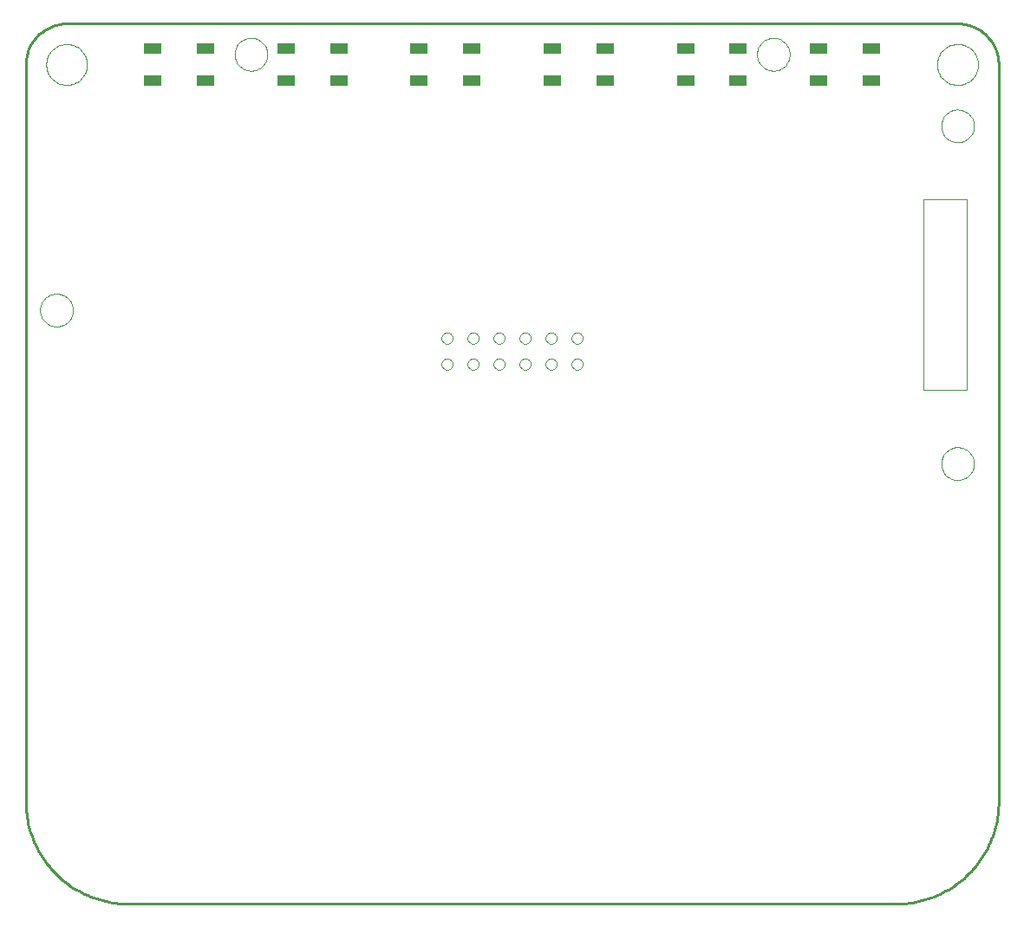
<source format=gbp>
G75*
%MOIN*%
%OFA0B0*%
%FSLAX24Y24*%
%IPPOS*%
%LPD*%
%AMOC8*
5,1,8,0,0,1.08239X$1,22.5*
%
%ADD10C,0.0100*%
%ADD11C,0.0000*%
%ADD12C,0.0039*%
%ADD13R,0.0650X0.0394*%
D10*
X005927Y004947D02*
X035455Y004947D01*
X035579Y004949D01*
X035702Y004955D01*
X035826Y004964D01*
X035948Y004978D01*
X036071Y004995D01*
X036193Y005017D01*
X036314Y005042D01*
X036434Y005071D01*
X036553Y005103D01*
X036672Y005140D01*
X036789Y005180D01*
X036904Y005223D01*
X037019Y005271D01*
X037131Y005322D01*
X037242Y005376D01*
X037352Y005434D01*
X037459Y005495D01*
X037565Y005560D01*
X037668Y005628D01*
X037769Y005699D01*
X037868Y005773D01*
X037965Y005850D01*
X038059Y005931D01*
X038150Y006014D01*
X038239Y006100D01*
X038325Y006189D01*
X038408Y006280D01*
X038489Y006374D01*
X038566Y006471D01*
X038640Y006570D01*
X038711Y006671D01*
X038779Y006774D01*
X038844Y006880D01*
X038905Y006987D01*
X038963Y007097D01*
X039017Y007208D01*
X039068Y007320D01*
X039116Y007435D01*
X039159Y007550D01*
X039199Y007667D01*
X039236Y007786D01*
X039268Y007905D01*
X039297Y008025D01*
X039322Y008146D01*
X039344Y008268D01*
X039361Y008391D01*
X039375Y008513D01*
X039384Y008637D01*
X039390Y008760D01*
X039392Y008884D01*
X039392Y037231D01*
X039390Y037308D01*
X039384Y037385D01*
X039375Y037462D01*
X039362Y037538D01*
X039345Y037614D01*
X039324Y037688D01*
X039300Y037762D01*
X039272Y037834D01*
X039241Y037904D01*
X039206Y037973D01*
X039168Y038041D01*
X039127Y038106D01*
X039082Y038169D01*
X039034Y038230D01*
X038984Y038289D01*
X038931Y038345D01*
X038875Y038398D01*
X038816Y038448D01*
X038755Y038496D01*
X038692Y038541D01*
X038627Y038582D01*
X038559Y038620D01*
X038490Y038655D01*
X038420Y038686D01*
X038348Y038714D01*
X038274Y038738D01*
X038200Y038759D01*
X038124Y038776D01*
X038048Y038789D01*
X037971Y038798D01*
X037894Y038804D01*
X037817Y038806D01*
X003565Y038806D01*
X003488Y038804D01*
X003411Y038798D01*
X003334Y038789D01*
X003258Y038776D01*
X003182Y038759D01*
X003108Y038738D01*
X003034Y038714D01*
X002962Y038686D01*
X002892Y038655D01*
X002823Y038620D01*
X002755Y038582D01*
X002690Y038541D01*
X002627Y038496D01*
X002566Y038448D01*
X002507Y038398D01*
X002451Y038345D01*
X002398Y038289D01*
X002348Y038230D01*
X002300Y038169D01*
X002255Y038106D01*
X002214Y038041D01*
X002176Y037973D01*
X002141Y037904D01*
X002110Y037834D01*
X002082Y037762D01*
X002058Y037688D01*
X002037Y037614D01*
X002020Y037538D01*
X002007Y037462D01*
X001998Y037385D01*
X001992Y037308D01*
X001990Y037231D01*
X001990Y008884D01*
X001992Y008760D01*
X001998Y008637D01*
X002007Y008513D01*
X002021Y008391D01*
X002038Y008268D01*
X002060Y008146D01*
X002085Y008025D01*
X002114Y007905D01*
X002146Y007786D01*
X002183Y007667D01*
X002223Y007550D01*
X002266Y007435D01*
X002314Y007320D01*
X002365Y007208D01*
X002419Y007097D01*
X002477Y006987D01*
X002538Y006880D01*
X002603Y006774D01*
X002671Y006671D01*
X002742Y006570D01*
X002816Y006471D01*
X002893Y006374D01*
X002974Y006280D01*
X003057Y006189D01*
X003143Y006100D01*
X003232Y006014D01*
X003323Y005931D01*
X003417Y005850D01*
X003514Y005773D01*
X003613Y005699D01*
X003714Y005628D01*
X003817Y005560D01*
X003923Y005495D01*
X004030Y005434D01*
X004140Y005376D01*
X004251Y005322D01*
X004363Y005271D01*
X004478Y005223D01*
X004593Y005180D01*
X004710Y005140D01*
X004829Y005103D01*
X004948Y005071D01*
X005068Y005042D01*
X005189Y005017D01*
X005311Y004995D01*
X005434Y004978D01*
X005556Y004964D01*
X005680Y004955D01*
X005803Y004949D01*
X005927Y004947D01*
D11*
X017974Y025707D02*
X017976Y025736D01*
X017982Y025764D01*
X017991Y025792D01*
X018004Y025818D01*
X018021Y025841D01*
X018040Y025863D01*
X018062Y025882D01*
X018087Y025897D01*
X018113Y025910D01*
X018141Y025918D01*
X018169Y025923D01*
X018198Y025924D01*
X018227Y025921D01*
X018255Y025914D01*
X018282Y025904D01*
X018308Y025890D01*
X018331Y025873D01*
X018352Y025853D01*
X018370Y025830D01*
X018385Y025805D01*
X018396Y025778D01*
X018404Y025750D01*
X018408Y025721D01*
X018408Y025693D01*
X018404Y025664D01*
X018396Y025636D01*
X018385Y025609D01*
X018370Y025584D01*
X018352Y025561D01*
X018331Y025541D01*
X018308Y025524D01*
X018282Y025510D01*
X018255Y025500D01*
X018227Y025493D01*
X018198Y025490D01*
X018169Y025491D01*
X018141Y025496D01*
X018113Y025504D01*
X018087Y025517D01*
X018062Y025532D01*
X018040Y025551D01*
X018021Y025573D01*
X018004Y025596D01*
X017991Y025622D01*
X017982Y025650D01*
X017976Y025678D01*
X017974Y025707D01*
X017974Y026707D02*
X017976Y026736D01*
X017982Y026764D01*
X017991Y026792D01*
X018004Y026818D01*
X018021Y026841D01*
X018040Y026863D01*
X018062Y026882D01*
X018087Y026897D01*
X018113Y026910D01*
X018141Y026918D01*
X018169Y026923D01*
X018198Y026924D01*
X018227Y026921D01*
X018255Y026914D01*
X018282Y026904D01*
X018308Y026890D01*
X018331Y026873D01*
X018352Y026853D01*
X018370Y026830D01*
X018385Y026805D01*
X018396Y026778D01*
X018404Y026750D01*
X018408Y026721D01*
X018408Y026693D01*
X018404Y026664D01*
X018396Y026636D01*
X018385Y026609D01*
X018370Y026584D01*
X018352Y026561D01*
X018331Y026541D01*
X018308Y026524D01*
X018282Y026510D01*
X018255Y026500D01*
X018227Y026493D01*
X018198Y026490D01*
X018169Y026491D01*
X018141Y026496D01*
X018113Y026504D01*
X018087Y026517D01*
X018062Y026532D01*
X018040Y026551D01*
X018021Y026573D01*
X018004Y026596D01*
X017991Y026622D01*
X017982Y026650D01*
X017976Y026678D01*
X017974Y026707D01*
X018974Y026707D02*
X018976Y026736D01*
X018982Y026764D01*
X018991Y026792D01*
X019004Y026818D01*
X019021Y026841D01*
X019040Y026863D01*
X019062Y026882D01*
X019087Y026897D01*
X019113Y026910D01*
X019141Y026918D01*
X019169Y026923D01*
X019198Y026924D01*
X019227Y026921D01*
X019255Y026914D01*
X019282Y026904D01*
X019308Y026890D01*
X019331Y026873D01*
X019352Y026853D01*
X019370Y026830D01*
X019385Y026805D01*
X019396Y026778D01*
X019404Y026750D01*
X019408Y026721D01*
X019408Y026693D01*
X019404Y026664D01*
X019396Y026636D01*
X019385Y026609D01*
X019370Y026584D01*
X019352Y026561D01*
X019331Y026541D01*
X019308Y026524D01*
X019282Y026510D01*
X019255Y026500D01*
X019227Y026493D01*
X019198Y026490D01*
X019169Y026491D01*
X019141Y026496D01*
X019113Y026504D01*
X019087Y026517D01*
X019062Y026532D01*
X019040Y026551D01*
X019021Y026573D01*
X019004Y026596D01*
X018991Y026622D01*
X018982Y026650D01*
X018976Y026678D01*
X018974Y026707D01*
X018974Y025707D02*
X018976Y025736D01*
X018982Y025764D01*
X018991Y025792D01*
X019004Y025818D01*
X019021Y025841D01*
X019040Y025863D01*
X019062Y025882D01*
X019087Y025897D01*
X019113Y025910D01*
X019141Y025918D01*
X019169Y025923D01*
X019198Y025924D01*
X019227Y025921D01*
X019255Y025914D01*
X019282Y025904D01*
X019308Y025890D01*
X019331Y025873D01*
X019352Y025853D01*
X019370Y025830D01*
X019385Y025805D01*
X019396Y025778D01*
X019404Y025750D01*
X019408Y025721D01*
X019408Y025693D01*
X019404Y025664D01*
X019396Y025636D01*
X019385Y025609D01*
X019370Y025584D01*
X019352Y025561D01*
X019331Y025541D01*
X019308Y025524D01*
X019282Y025510D01*
X019255Y025500D01*
X019227Y025493D01*
X019198Y025490D01*
X019169Y025491D01*
X019141Y025496D01*
X019113Y025504D01*
X019087Y025517D01*
X019062Y025532D01*
X019040Y025551D01*
X019021Y025573D01*
X019004Y025596D01*
X018991Y025622D01*
X018982Y025650D01*
X018976Y025678D01*
X018974Y025707D01*
X019974Y025707D02*
X019976Y025736D01*
X019982Y025764D01*
X019991Y025792D01*
X020004Y025818D01*
X020021Y025841D01*
X020040Y025863D01*
X020062Y025882D01*
X020087Y025897D01*
X020113Y025910D01*
X020141Y025918D01*
X020169Y025923D01*
X020198Y025924D01*
X020227Y025921D01*
X020255Y025914D01*
X020282Y025904D01*
X020308Y025890D01*
X020331Y025873D01*
X020352Y025853D01*
X020370Y025830D01*
X020385Y025805D01*
X020396Y025778D01*
X020404Y025750D01*
X020408Y025721D01*
X020408Y025693D01*
X020404Y025664D01*
X020396Y025636D01*
X020385Y025609D01*
X020370Y025584D01*
X020352Y025561D01*
X020331Y025541D01*
X020308Y025524D01*
X020282Y025510D01*
X020255Y025500D01*
X020227Y025493D01*
X020198Y025490D01*
X020169Y025491D01*
X020141Y025496D01*
X020113Y025504D01*
X020087Y025517D01*
X020062Y025532D01*
X020040Y025551D01*
X020021Y025573D01*
X020004Y025596D01*
X019991Y025622D01*
X019982Y025650D01*
X019976Y025678D01*
X019974Y025707D01*
X019974Y026707D02*
X019976Y026736D01*
X019982Y026764D01*
X019991Y026792D01*
X020004Y026818D01*
X020021Y026841D01*
X020040Y026863D01*
X020062Y026882D01*
X020087Y026897D01*
X020113Y026910D01*
X020141Y026918D01*
X020169Y026923D01*
X020198Y026924D01*
X020227Y026921D01*
X020255Y026914D01*
X020282Y026904D01*
X020308Y026890D01*
X020331Y026873D01*
X020352Y026853D01*
X020370Y026830D01*
X020385Y026805D01*
X020396Y026778D01*
X020404Y026750D01*
X020408Y026721D01*
X020408Y026693D01*
X020404Y026664D01*
X020396Y026636D01*
X020385Y026609D01*
X020370Y026584D01*
X020352Y026561D01*
X020331Y026541D01*
X020308Y026524D01*
X020282Y026510D01*
X020255Y026500D01*
X020227Y026493D01*
X020198Y026490D01*
X020169Y026491D01*
X020141Y026496D01*
X020113Y026504D01*
X020087Y026517D01*
X020062Y026532D01*
X020040Y026551D01*
X020021Y026573D01*
X020004Y026596D01*
X019991Y026622D01*
X019982Y026650D01*
X019976Y026678D01*
X019974Y026707D01*
X020974Y026707D02*
X020976Y026736D01*
X020982Y026764D01*
X020991Y026792D01*
X021004Y026818D01*
X021021Y026841D01*
X021040Y026863D01*
X021062Y026882D01*
X021087Y026897D01*
X021113Y026910D01*
X021141Y026918D01*
X021169Y026923D01*
X021198Y026924D01*
X021227Y026921D01*
X021255Y026914D01*
X021282Y026904D01*
X021308Y026890D01*
X021331Y026873D01*
X021352Y026853D01*
X021370Y026830D01*
X021385Y026805D01*
X021396Y026778D01*
X021404Y026750D01*
X021408Y026721D01*
X021408Y026693D01*
X021404Y026664D01*
X021396Y026636D01*
X021385Y026609D01*
X021370Y026584D01*
X021352Y026561D01*
X021331Y026541D01*
X021308Y026524D01*
X021282Y026510D01*
X021255Y026500D01*
X021227Y026493D01*
X021198Y026490D01*
X021169Y026491D01*
X021141Y026496D01*
X021113Y026504D01*
X021087Y026517D01*
X021062Y026532D01*
X021040Y026551D01*
X021021Y026573D01*
X021004Y026596D01*
X020991Y026622D01*
X020982Y026650D01*
X020976Y026678D01*
X020974Y026707D01*
X020974Y025707D02*
X020976Y025736D01*
X020982Y025764D01*
X020991Y025792D01*
X021004Y025818D01*
X021021Y025841D01*
X021040Y025863D01*
X021062Y025882D01*
X021087Y025897D01*
X021113Y025910D01*
X021141Y025918D01*
X021169Y025923D01*
X021198Y025924D01*
X021227Y025921D01*
X021255Y025914D01*
X021282Y025904D01*
X021308Y025890D01*
X021331Y025873D01*
X021352Y025853D01*
X021370Y025830D01*
X021385Y025805D01*
X021396Y025778D01*
X021404Y025750D01*
X021408Y025721D01*
X021408Y025693D01*
X021404Y025664D01*
X021396Y025636D01*
X021385Y025609D01*
X021370Y025584D01*
X021352Y025561D01*
X021331Y025541D01*
X021308Y025524D01*
X021282Y025510D01*
X021255Y025500D01*
X021227Y025493D01*
X021198Y025490D01*
X021169Y025491D01*
X021141Y025496D01*
X021113Y025504D01*
X021087Y025517D01*
X021062Y025532D01*
X021040Y025551D01*
X021021Y025573D01*
X021004Y025596D01*
X020991Y025622D01*
X020982Y025650D01*
X020976Y025678D01*
X020974Y025707D01*
X021974Y025707D02*
X021976Y025736D01*
X021982Y025764D01*
X021991Y025792D01*
X022004Y025818D01*
X022021Y025841D01*
X022040Y025863D01*
X022062Y025882D01*
X022087Y025897D01*
X022113Y025910D01*
X022141Y025918D01*
X022169Y025923D01*
X022198Y025924D01*
X022227Y025921D01*
X022255Y025914D01*
X022282Y025904D01*
X022308Y025890D01*
X022331Y025873D01*
X022352Y025853D01*
X022370Y025830D01*
X022385Y025805D01*
X022396Y025778D01*
X022404Y025750D01*
X022408Y025721D01*
X022408Y025693D01*
X022404Y025664D01*
X022396Y025636D01*
X022385Y025609D01*
X022370Y025584D01*
X022352Y025561D01*
X022331Y025541D01*
X022308Y025524D01*
X022282Y025510D01*
X022255Y025500D01*
X022227Y025493D01*
X022198Y025490D01*
X022169Y025491D01*
X022141Y025496D01*
X022113Y025504D01*
X022087Y025517D01*
X022062Y025532D01*
X022040Y025551D01*
X022021Y025573D01*
X022004Y025596D01*
X021991Y025622D01*
X021982Y025650D01*
X021976Y025678D01*
X021974Y025707D01*
X021974Y026707D02*
X021976Y026736D01*
X021982Y026764D01*
X021991Y026792D01*
X022004Y026818D01*
X022021Y026841D01*
X022040Y026863D01*
X022062Y026882D01*
X022087Y026897D01*
X022113Y026910D01*
X022141Y026918D01*
X022169Y026923D01*
X022198Y026924D01*
X022227Y026921D01*
X022255Y026914D01*
X022282Y026904D01*
X022308Y026890D01*
X022331Y026873D01*
X022352Y026853D01*
X022370Y026830D01*
X022385Y026805D01*
X022396Y026778D01*
X022404Y026750D01*
X022408Y026721D01*
X022408Y026693D01*
X022404Y026664D01*
X022396Y026636D01*
X022385Y026609D01*
X022370Y026584D01*
X022352Y026561D01*
X022331Y026541D01*
X022308Y026524D01*
X022282Y026510D01*
X022255Y026500D01*
X022227Y026493D01*
X022198Y026490D01*
X022169Y026491D01*
X022141Y026496D01*
X022113Y026504D01*
X022087Y026517D01*
X022062Y026532D01*
X022040Y026551D01*
X022021Y026573D01*
X022004Y026596D01*
X021991Y026622D01*
X021982Y026650D01*
X021976Y026678D01*
X021974Y026707D01*
X022974Y026707D02*
X022976Y026736D01*
X022982Y026764D01*
X022991Y026792D01*
X023004Y026818D01*
X023021Y026841D01*
X023040Y026863D01*
X023062Y026882D01*
X023087Y026897D01*
X023113Y026910D01*
X023141Y026918D01*
X023169Y026923D01*
X023198Y026924D01*
X023227Y026921D01*
X023255Y026914D01*
X023282Y026904D01*
X023308Y026890D01*
X023331Y026873D01*
X023352Y026853D01*
X023370Y026830D01*
X023385Y026805D01*
X023396Y026778D01*
X023404Y026750D01*
X023408Y026721D01*
X023408Y026693D01*
X023404Y026664D01*
X023396Y026636D01*
X023385Y026609D01*
X023370Y026584D01*
X023352Y026561D01*
X023331Y026541D01*
X023308Y026524D01*
X023282Y026510D01*
X023255Y026500D01*
X023227Y026493D01*
X023198Y026490D01*
X023169Y026491D01*
X023141Y026496D01*
X023113Y026504D01*
X023087Y026517D01*
X023062Y026532D01*
X023040Y026551D01*
X023021Y026573D01*
X023004Y026596D01*
X022991Y026622D01*
X022982Y026650D01*
X022976Y026678D01*
X022974Y026707D01*
X022974Y025707D02*
X022976Y025736D01*
X022982Y025764D01*
X022991Y025792D01*
X023004Y025818D01*
X023021Y025841D01*
X023040Y025863D01*
X023062Y025882D01*
X023087Y025897D01*
X023113Y025910D01*
X023141Y025918D01*
X023169Y025923D01*
X023198Y025924D01*
X023227Y025921D01*
X023255Y025914D01*
X023282Y025904D01*
X023308Y025890D01*
X023331Y025873D01*
X023352Y025853D01*
X023370Y025830D01*
X023385Y025805D01*
X023396Y025778D01*
X023404Y025750D01*
X023408Y025721D01*
X023408Y025693D01*
X023404Y025664D01*
X023396Y025636D01*
X023385Y025609D01*
X023370Y025584D01*
X023352Y025561D01*
X023331Y025541D01*
X023308Y025524D01*
X023282Y025510D01*
X023255Y025500D01*
X023227Y025493D01*
X023198Y025490D01*
X023169Y025491D01*
X023141Y025496D01*
X023113Y025504D01*
X023087Y025517D01*
X023062Y025532D01*
X023040Y025551D01*
X023021Y025573D01*
X023004Y025596D01*
X022991Y025622D01*
X022982Y025650D01*
X022976Y025678D01*
X022974Y025707D01*
X030101Y037624D02*
X030103Y037674D01*
X030109Y037724D01*
X030119Y037773D01*
X030133Y037821D01*
X030150Y037868D01*
X030171Y037913D01*
X030196Y037957D01*
X030224Y037998D01*
X030256Y038037D01*
X030290Y038074D01*
X030327Y038108D01*
X030367Y038138D01*
X030409Y038165D01*
X030453Y038189D01*
X030499Y038210D01*
X030546Y038226D01*
X030594Y038239D01*
X030644Y038248D01*
X030693Y038253D01*
X030744Y038254D01*
X030794Y038251D01*
X030843Y038244D01*
X030892Y038233D01*
X030940Y038218D01*
X030986Y038200D01*
X031031Y038178D01*
X031074Y038152D01*
X031115Y038123D01*
X031154Y038091D01*
X031190Y038056D01*
X031222Y038018D01*
X031252Y037978D01*
X031279Y037935D01*
X031302Y037891D01*
X031321Y037845D01*
X031337Y037797D01*
X031349Y037748D01*
X031357Y037699D01*
X031361Y037649D01*
X031361Y037599D01*
X031357Y037549D01*
X031349Y037500D01*
X031337Y037451D01*
X031321Y037403D01*
X031302Y037357D01*
X031279Y037313D01*
X031252Y037270D01*
X031222Y037230D01*
X031190Y037192D01*
X031154Y037157D01*
X031115Y037125D01*
X031074Y037096D01*
X031031Y037070D01*
X030986Y037048D01*
X030940Y037030D01*
X030892Y037015D01*
X030843Y037004D01*
X030794Y036997D01*
X030744Y036994D01*
X030693Y036995D01*
X030644Y037000D01*
X030594Y037009D01*
X030546Y037022D01*
X030499Y037038D01*
X030453Y037059D01*
X030409Y037083D01*
X030367Y037110D01*
X030327Y037140D01*
X030290Y037174D01*
X030256Y037211D01*
X030224Y037250D01*
X030196Y037291D01*
X030171Y037335D01*
X030150Y037380D01*
X030133Y037427D01*
X030119Y037475D01*
X030109Y037524D01*
X030103Y037574D01*
X030101Y037624D01*
X036518Y032034D02*
X036518Y031561D01*
X037187Y034869D02*
X037189Y034919D01*
X037195Y034969D01*
X037205Y035018D01*
X037219Y035066D01*
X037236Y035113D01*
X037257Y035158D01*
X037282Y035202D01*
X037310Y035243D01*
X037342Y035282D01*
X037376Y035319D01*
X037413Y035353D01*
X037453Y035383D01*
X037495Y035410D01*
X037539Y035434D01*
X037585Y035455D01*
X037632Y035471D01*
X037680Y035484D01*
X037730Y035493D01*
X037779Y035498D01*
X037830Y035499D01*
X037880Y035496D01*
X037929Y035489D01*
X037978Y035478D01*
X038026Y035463D01*
X038072Y035445D01*
X038117Y035423D01*
X038160Y035397D01*
X038201Y035368D01*
X038240Y035336D01*
X038276Y035301D01*
X038308Y035263D01*
X038338Y035223D01*
X038365Y035180D01*
X038388Y035136D01*
X038407Y035090D01*
X038423Y035042D01*
X038435Y034993D01*
X038443Y034944D01*
X038447Y034894D01*
X038447Y034844D01*
X038443Y034794D01*
X038435Y034745D01*
X038423Y034696D01*
X038407Y034648D01*
X038388Y034602D01*
X038365Y034558D01*
X038338Y034515D01*
X038308Y034475D01*
X038276Y034437D01*
X038240Y034402D01*
X038201Y034370D01*
X038160Y034341D01*
X038117Y034315D01*
X038072Y034293D01*
X038026Y034275D01*
X037978Y034260D01*
X037929Y034249D01*
X037880Y034242D01*
X037830Y034239D01*
X037779Y034240D01*
X037730Y034245D01*
X037680Y034254D01*
X037632Y034267D01*
X037585Y034283D01*
X037539Y034304D01*
X037495Y034328D01*
X037453Y034355D01*
X037413Y034385D01*
X037376Y034419D01*
X037342Y034456D01*
X037310Y034495D01*
X037282Y034536D01*
X037257Y034580D01*
X037236Y034625D01*
X037219Y034672D01*
X037205Y034720D01*
X037195Y034769D01*
X037189Y034819D01*
X037187Y034869D01*
X037030Y037231D02*
X037032Y037287D01*
X037038Y037342D01*
X037048Y037396D01*
X037061Y037450D01*
X037079Y037503D01*
X037100Y037554D01*
X037124Y037604D01*
X037152Y037652D01*
X037184Y037698D01*
X037218Y037742D01*
X037256Y037783D01*
X037296Y037821D01*
X037339Y037856D01*
X037384Y037888D01*
X037432Y037917D01*
X037481Y037943D01*
X037532Y037965D01*
X037584Y037983D01*
X037638Y037997D01*
X037693Y038008D01*
X037748Y038015D01*
X037803Y038018D01*
X037859Y038017D01*
X037914Y038012D01*
X037969Y038003D01*
X038023Y037991D01*
X038076Y037974D01*
X038128Y037954D01*
X038178Y037930D01*
X038226Y037903D01*
X038273Y037873D01*
X038317Y037839D01*
X038359Y037802D01*
X038397Y037762D01*
X038434Y037720D01*
X038467Y037675D01*
X038496Y037629D01*
X038523Y037580D01*
X038545Y037529D01*
X038565Y037477D01*
X038580Y037423D01*
X038592Y037369D01*
X038600Y037314D01*
X038604Y037259D01*
X038604Y037203D01*
X038600Y037148D01*
X038592Y037093D01*
X038580Y037039D01*
X038565Y036985D01*
X038545Y036933D01*
X038523Y036882D01*
X038496Y036833D01*
X038467Y036787D01*
X038434Y036742D01*
X038397Y036700D01*
X038359Y036660D01*
X038317Y036623D01*
X038273Y036589D01*
X038226Y036559D01*
X038178Y036532D01*
X038128Y036508D01*
X038076Y036488D01*
X038023Y036471D01*
X037969Y036459D01*
X037914Y036450D01*
X037859Y036445D01*
X037803Y036444D01*
X037748Y036447D01*
X037693Y036454D01*
X037638Y036465D01*
X037584Y036479D01*
X037532Y036497D01*
X037481Y036519D01*
X037432Y036545D01*
X037384Y036574D01*
X037339Y036606D01*
X037296Y036641D01*
X037256Y036679D01*
X037218Y036720D01*
X037184Y036764D01*
X037152Y036810D01*
X037124Y036858D01*
X037100Y036908D01*
X037079Y036959D01*
X037061Y037012D01*
X037048Y037066D01*
X037038Y037120D01*
X037032Y037175D01*
X037030Y037231D01*
X037187Y021876D02*
X037189Y021926D01*
X037195Y021976D01*
X037205Y022025D01*
X037219Y022073D01*
X037236Y022120D01*
X037257Y022165D01*
X037282Y022209D01*
X037310Y022250D01*
X037342Y022289D01*
X037376Y022326D01*
X037413Y022360D01*
X037453Y022390D01*
X037495Y022417D01*
X037539Y022441D01*
X037585Y022462D01*
X037632Y022478D01*
X037680Y022491D01*
X037730Y022500D01*
X037779Y022505D01*
X037830Y022506D01*
X037880Y022503D01*
X037929Y022496D01*
X037978Y022485D01*
X038026Y022470D01*
X038072Y022452D01*
X038117Y022430D01*
X038160Y022404D01*
X038201Y022375D01*
X038240Y022343D01*
X038276Y022308D01*
X038308Y022270D01*
X038338Y022230D01*
X038365Y022187D01*
X038388Y022143D01*
X038407Y022097D01*
X038423Y022049D01*
X038435Y022000D01*
X038443Y021951D01*
X038447Y021901D01*
X038447Y021851D01*
X038443Y021801D01*
X038435Y021752D01*
X038423Y021703D01*
X038407Y021655D01*
X038388Y021609D01*
X038365Y021565D01*
X038338Y021522D01*
X038308Y021482D01*
X038276Y021444D01*
X038240Y021409D01*
X038201Y021377D01*
X038160Y021348D01*
X038117Y021322D01*
X038072Y021300D01*
X038026Y021282D01*
X037978Y021267D01*
X037929Y021256D01*
X037880Y021249D01*
X037830Y021246D01*
X037779Y021247D01*
X037730Y021252D01*
X037680Y021261D01*
X037632Y021274D01*
X037585Y021290D01*
X037539Y021311D01*
X037495Y021335D01*
X037453Y021362D01*
X037413Y021392D01*
X037376Y021426D01*
X037342Y021463D01*
X037310Y021502D01*
X037282Y021543D01*
X037257Y021587D01*
X037236Y021632D01*
X037219Y021679D01*
X037205Y021727D01*
X037195Y021776D01*
X037189Y021826D01*
X037187Y021876D01*
X010022Y037624D02*
X010024Y037674D01*
X010030Y037724D01*
X010040Y037773D01*
X010054Y037821D01*
X010071Y037868D01*
X010092Y037913D01*
X010117Y037957D01*
X010145Y037998D01*
X010177Y038037D01*
X010211Y038074D01*
X010248Y038108D01*
X010288Y038138D01*
X010330Y038165D01*
X010374Y038189D01*
X010420Y038210D01*
X010467Y038226D01*
X010515Y038239D01*
X010565Y038248D01*
X010614Y038253D01*
X010665Y038254D01*
X010715Y038251D01*
X010764Y038244D01*
X010813Y038233D01*
X010861Y038218D01*
X010907Y038200D01*
X010952Y038178D01*
X010995Y038152D01*
X011036Y038123D01*
X011075Y038091D01*
X011111Y038056D01*
X011143Y038018D01*
X011173Y037978D01*
X011200Y037935D01*
X011223Y037891D01*
X011242Y037845D01*
X011258Y037797D01*
X011270Y037748D01*
X011278Y037699D01*
X011282Y037649D01*
X011282Y037599D01*
X011278Y037549D01*
X011270Y037500D01*
X011258Y037451D01*
X011242Y037403D01*
X011223Y037357D01*
X011200Y037313D01*
X011173Y037270D01*
X011143Y037230D01*
X011111Y037192D01*
X011075Y037157D01*
X011036Y037125D01*
X010995Y037096D01*
X010952Y037070D01*
X010907Y037048D01*
X010861Y037030D01*
X010813Y037015D01*
X010764Y037004D01*
X010715Y036997D01*
X010665Y036994D01*
X010614Y036995D01*
X010565Y037000D01*
X010515Y037009D01*
X010467Y037022D01*
X010420Y037038D01*
X010374Y037059D01*
X010330Y037083D01*
X010288Y037110D01*
X010248Y037140D01*
X010211Y037174D01*
X010177Y037211D01*
X010145Y037250D01*
X010117Y037291D01*
X010092Y037335D01*
X010071Y037380D01*
X010054Y037427D01*
X010040Y037475D01*
X010030Y037524D01*
X010024Y037574D01*
X010022Y037624D01*
X002778Y037231D02*
X002780Y037287D01*
X002786Y037342D01*
X002796Y037396D01*
X002809Y037450D01*
X002827Y037503D01*
X002848Y037554D01*
X002872Y037604D01*
X002900Y037652D01*
X002932Y037698D01*
X002966Y037742D01*
X003004Y037783D01*
X003044Y037821D01*
X003087Y037856D01*
X003132Y037888D01*
X003180Y037917D01*
X003229Y037943D01*
X003280Y037965D01*
X003332Y037983D01*
X003386Y037997D01*
X003441Y038008D01*
X003496Y038015D01*
X003551Y038018D01*
X003607Y038017D01*
X003662Y038012D01*
X003717Y038003D01*
X003771Y037991D01*
X003824Y037974D01*
X003876Y037954D01*
X003926Y037930D01*
X003974Y037903D01*
X004021Y037873D01*
X004065Y037839D01*
X004107Y037802D01*
X004145Y037762D01*
X004182Y037720D01*
X004215Y037675D01*
X004244Y037629D01*
X004271Y037580D01*
X004293Y037529D01*
X004313Y037477D01*
X004328Y037423D01*
X004340Y037369D01*
X004348Y037314D01*
X004352Y037259D01*
X004352Y037203D01*
X004348Y037148D01*
X004340Y037093D01*
X004328Y037039D01*
X004313Y036985D01*
X004293Y036933D01*
X004271Y036882D01*
X004244Y036833D01*
X004215Y036787D01*
X004182Y036742D01*
X004145Y036700D01*
X004107Y036660D01*
X004065Y036623D01*
X004021Y036589D01*
X003974Y036559D01*
X003926Y036532D01*
X003876Y036508D01*
X003824Y036488D01*
X003771Y036471D01*
X003717Y036459D01*
X003662Y036450D01*
X003607Y036445D01*
X003551Y036444D01*
X003496Y036447D01*
X003441Y036454D01*
X003386Y036465D01*
X003332Y036479D01*
X003280Y036497D01*
X003229Y036519D01*
X003180Y036545D01*
X003132Y036574D01*
X003087Y036606D01*
X003044Y036641D01*
X003004Y036679D01*
X002966Y036720D01*
X002932Y036764D01*
X002900Y036810D01*
X002872Y036858D01*
X002848Y036908D01*
X002827Y036959D01*
X002809Y037012D01*
X002796Y037066D01*
X002786Y037120D01*
X002780Y037175D01*
X002778Y037231D01*
X002541Y027782D02*
X002543Y027832D01*
X002549Y027882D01*
X002559Y027931D01*
X002573Y027979D01*
X002590Y028026D01*
X002611Y028071D01*
X002636Y028115D01*
X002664Y028156D01*
X002696Y028195D01*
X002730Y028232D01*
X002767Y028266D01*
X002807Y028296D01*
X002849Y028323D01*
X002893Y028347D01*
X002939Y028368D01*
X002986Y028384D01*
X003034Y028397D01*
X003084Y028406D01*
X003133Y028411D01*
X003184Y028412D01*
X003234Y028409D01*
X003283Y028402D01*
X003332Y028391D01*
X003380Y028376D01*
X003426Y028358D01*
X003471Y028336D01*
X003514Y028310D01*
X003555Y028281D01*
X003594Y028249D01*
X003630Y028214D01*
X003662Y028176D01*
X003692Y028136D01*
X003719Y028093D01*
X003742Y028049D01*
X003761Y028003D01*
X003777Y027955D01*
X003789Y027906D01*
X003797Y027857D01*
X003801Y027807D01*
X003801Y027757D01*
X003797Y027707D01*
X003789Y027658D01*
X003777Y027609D01*
X003761Y027561D01*
X003742Y027515D01*
X003719Y027471D01*
X003692Y027428D01*
X003662Y027388D01*
X003630Y027350D01*
X003594Y027315D01*
X003555Y027283D01*
X003514Y027254D01*
X003471Y027228D01*
X003426Y027206D01*
X003380Y027188D01*
X003332Y027173D01*
X003283Y027162D01*
X003234Y027155D01*
X003184Y027152D01*
X003133Y027153D01*
X003084Y027158D01*
X003034Y027167D01*
X002986Y027180D01*
X002939Y027196D01*
X002893Y027217D01*
X002849Y027241D01*
X002807Y027268D01*
X002767Y027298D01*
X002730Y027332D01*
X002696Y027369D01*
X002664Y027408D01*
X002636Y027449D01*
X002611Y027493D01*
X002590Y027538D01*
X002573Y027585D01*
X002559Y027633D01*
X002549Y027682D01*
X002543Y027732D01*
X002541Y027782D01*
D12*
X036518Y024711D02*
X036518Y032034D01*
X038171Y032034D01*
X038171Y024711D01*
X036518Y024711D01*
D13*
X034501Y036601D03*
X034501Y037861D03*
X032472Y037861D03*
X032472Y036601D03*
X029383Y036601D03*
X029383Y037861D03*
X027354Y037861D03*
X027354Y036601D03*
X024265Y036601D03*
X024265Y037861D03*
X022236Y037861D03*
X022236Y036601D03*
X019147Y036601D03*
X019147Y037861D03*
X017118Y037861D03*
X017118Y036601D03*
X014029Y036601D03*
X014029Y037861D03*
X011999Y037861D03*
X011999Y036601D03*
X008910Y036601D03*
X008910Y037861D03*
X006881Y037861D03*
X006881Y036601D03*
M02*

</source>
